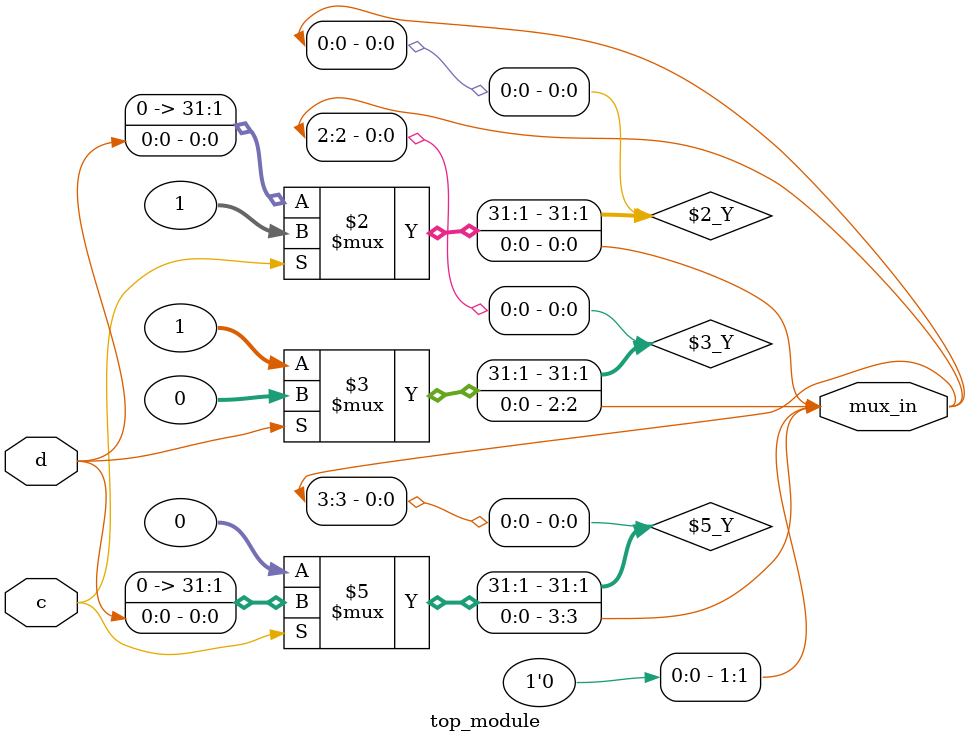
<source format=v>
module top_module (
    input c,
    input d,
    output [3:0] mux_in
); 
    
    // assign mux_in = { c & d, ~d, 1'b0, ~c & d | c & d | c & ~d}; 
    assign mux_in[0] = c ? 1 : d;          // 1 mux:   c|d
    assign mux_in[1] = 0;                  // No muxes:  0
    assign mux_in[2] = d ? 0 : 1;          // 1 mux:    ~d
    assign mux_in[3] = c ? d : 0;          // 1 mux:   c&d

endmodule

</source>
